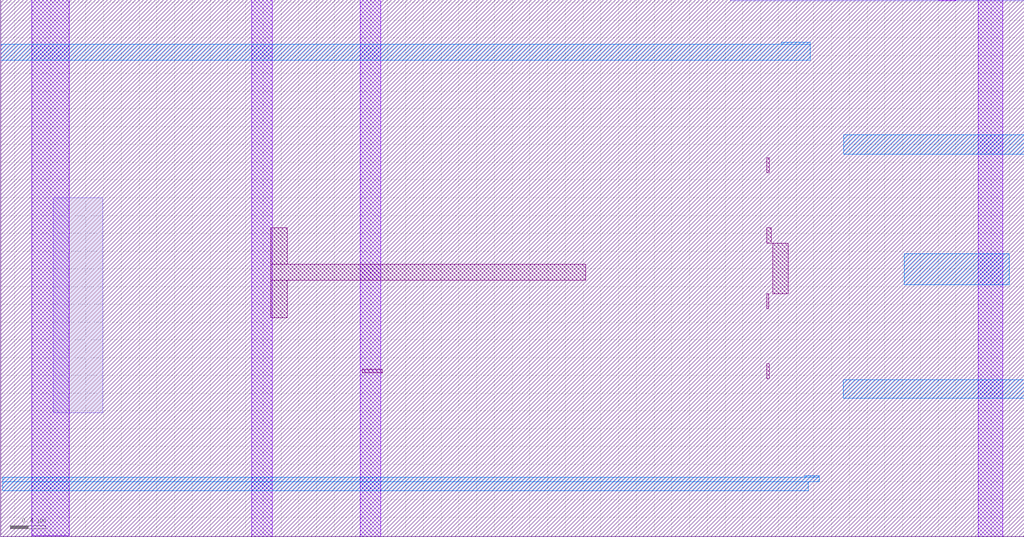
<source format=lef>
VERSION 5.7 ;
  NOWIREEXTENSIONATPIN ON ;
  DIVIDERCHAR "/" ;
  BUSBITCHARS "[]" ;
UNITS
  DATABASE MICRONS 200 ;
END UNITS

LAYER via2
  TYPE CUT ;
END via2

LAYER via
  TYPE CUT ;
END via

LAYER nwell
  TYPE MASTERSLICE ;
END nwell

LAYER via3
  TYPE CUT ;
END via3

LAYER pwell
  TYPE MASTERSLICE ;
END pwell

LAYER via4
  TYPE CUT ;
END via4

LAYER mcon
  TYPE CUT ;
END mcon

LAYER met6
  TYPE ROUTING ;
  WIDTH 0.030000 ;
  SPACING 0.040000 ;
  DIRECTION HORIZONTAL ;
END met6

LAYER met1
  TYPE ROUTING ;
  WIDTH 0.140000 ;
  SPACING 0.140000 ;
  DIRECTION HORIZONTAL ;
END met1

LAYER met3
  TYPE ROUTING ;
  WIDTH 0.300000 ;
  SPACING 0.300000 ;
  DIRECTION HORIZONTAL ;
END met3

LAYER met2
  TYPE ROUTING ;
  WIDTH 0.140000 ;
  SPACING 0.140000 ;
  DIRECTION HORIZONTAL ;
END met2

LAYER met4
  TYPE ROUTING ;
  WIDTH 0.300000 ;
  SPACING 0.300000 ;
  DIRECTION HORIZONTAL ;
END met4

LAYER met5
  TYPE ROUTING ;
  WIDTH 1.600000 ;
  SPACING 1.600000 ;
  DIRECTION HORIZONTAL ;
END met5

LAYER li1
  TYPE ROUTING ;
  WIDTH 0.170000 ;
  SPACING 0.170000 ;
  DIRECTION HORIZONTAL ;
END li1

MACRO sky130_hilas_fgbias2x1cell
  CLASS BLOCK ;
  FOREIGN sky130_hilas_fgbias2x1cell ;
  ORIGIN 3.960 3.820 ;
  SIZE 11.530 BY 6.050 ;
  OBS
      LAYER nwell ;
        RECT 4.260 2.220 7.570 2.230 ;
        RECT -3.370 -2.420 -2.810 0.000 ;
      LAYER li1 ;
        RECT 4.670 0.280 4.700 0.450 ;
        RECT -0.920 -0.750 -0.730 -0.340 ;
        RECT 4.670 -0.510 4.720 -0.340 ;
        RECT -0.920 -0.930 2.630 -0.750 ;
        RECT -0.920 -1.350 -0.730 -0.930 ;
        RECT 4.740 -1.080 4.910 -0.510 ;
        RECT 4.670 -1.250 4.690 -1.080 ;
        RECT 0.110 -1.970 0.340 -1.930 ;
        RECT 4.670 -2.040 4.700 -1.870 ;
      LAYER met1 ;
        RECT -3.610 -3.810 -3.190 2.230 ;
        RECT -1.130 -3.820 -0.900 2.230 ;
        RECT 0.090 -3.820 0.320 2.230 ;
        RECT 6.610 2.220 6.800 2.230 ;
        RECT 7.050 -3.820 7.330 2.230 ;
      LAYER met2 ;
        RECT 4.840 1.730 5.160 1.750 ;
        RECT -3.960 1.550 5.160 1.730 ;
        RECT 5.540 0.490 7.570 0.710 ;
        RECT 6.220 -0.980 7.400 -0.630 ;
        RECT 5.530 -2.260 7.570 -2.050 ;
        RECT 5.100 -3.150 5.260 -3.130 ;
        RECT -3.940 -3.200 5.260 -3.150 ;
        RECT -3.940 -3.300 5.140 -3.200 ;
  END
END sky130_hilas_fgbias2x1cell
END LIBRARY


</source>
